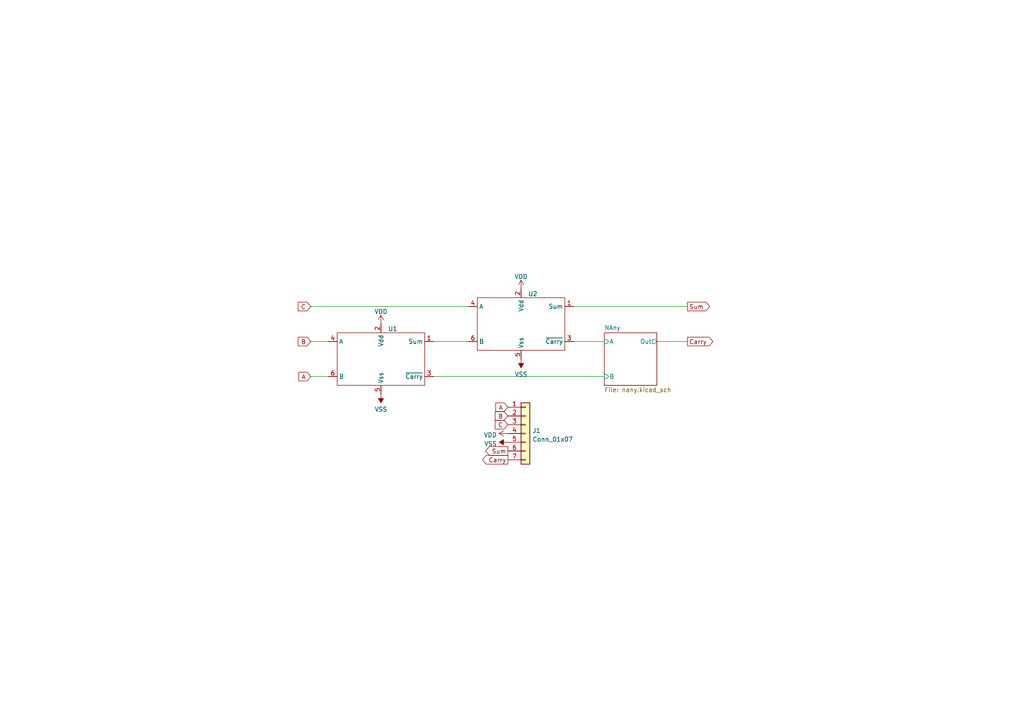
<source format=kicad_sch>
(kicad_sch (version 20250114) (generator "eeschema") (generator_version "9.0")
  (paper "A4")
  (lib_symbols
    (symbol "Connector_Generic:Conn_01x07" (pin_names (offset 1.016) (hide yes))
      (property "Reference" "J" (at 0 10.16 0))
      (property "Value" "Conn_01x07" (at 0 -10.16 0))
      (symbol "Conn_01x07_1_1"
        (rectangle (start -1.27 8.89) (end 1.27 -8.89) (stroke (width 0.254)) (fill (type background)))
        (rectangle (start -1.27 7.747) (end 0 7.493) (stroke (width 0.1524)))
        (rectangle (start -1.27 5.207) (end 0 4.953) (stroke (width 0.1524)))
        (rectangle (start -1.27 2.667) (end 0 2.413) (stroke (width 0.1524)))
        (rectangle (start -1.27 0.127) (end 0 -0.127) (stroke (width 0.1524)))
        (rectangle (start -1.27 -2.413) (end 0 -2.667) (stroke (width 0.1524)))
        (rectangle (start -1.27 -4.953) (end 0 -5.207) (stroke (width 0.1524)))
        (rectangle (start -1.27 -7.493) (end 0 -7.747) (stroke (width 0.1524)))
        (pin passive line (at -5.08 7.62 0) (length 3.81) (name "Pin_1") (number "1"))
        (pin passive line (at -5.08 5.08 0) (length 3.81) (name "Pin_2") (number "2"))
        (pin passive line (at -5.08 2.54 0) (length 3.81) (name "Pin_3") (number "3"))
        (pin passive line (at -5.08 0 0) (length 3.81) (name "Pin_4") (number "4"))
        (pin passive line (at -5.08 -2.54 0) (length 3.81) (name "Pin_5") (number "5"))
        (pin passive line (at -5.08 -5.08 0) (length 3.81) (name "Pin_6") (number "6"))
        (pin passive line (at -5.08 -7.62 0) (length 3.81) (name "Pin_7") (number "7"))
      )
    )
    (symbol "FullAdder:Sum"
      (property "Reference" "U" (at 0 0 0))
      (symbol "Sum_0_1"
        (rectangle (start -12.7 7.62) (end 12.7 -7.62) (stroke (width 0.1524)))
      )
      (symbol "Sum_1_1"
        (pin input line (at -15.24 5.08 0) (length 2.54) (name "A") (number "4"))
        (pin input line (at -15.24 -5.08 0) (length 2.54) (name "B") (number "6"))
        (pin passive line (at 0 10.16 270) (length 2.54) (name "Vdd") (number "2"))
        (pin passive line (at 0 -10.16 90) (length 2.54) (name "Vss") (number "5"))
        (pin output line (at 15.24 5.08 180) (length 2.54) (name "Sum") (number "1"))
        (pin output line (at 15.24 -5.08 180) (length 2.54) (name "~{Carry}") (number "3"))
      )
    )
    (symbol "power:VDD" (power) (pin_names (offset 0))
      (property "Value" "VDD" (at 0 3.81 0))
      (symbol "VDD_0_1"
        (polyline (pts (xy -0.762 1.27) (xy 0 2.54)))
        (polyline (pts (xy 0 2.54) (xy 0.762 1.27)))
        (polyline (pts (xy 0 0) (xy 0 2.54)))
      )
      (symbol "VDD_1_1"
        (pin power_in line (at 0 0 90) (length 0) (hide yes) (name "VDD") (number "1"))
      )
    )
    (symbol "power:VSS" (power) (pin_names (offset 0))
      (property "Value" "VSS" (at 0 3.81 0))
      (symbol "VSS_0_1"
        (polyline (pts (xy 0 0) (xy 0 2.54)))
        (polyline (pts (xy 0.762 1.27) (xy -0.762 1.27) (xy 0 2.54) (xy 0.762 1.27)) (fill (type outline)))
      )
      (symbol "VSS_1_1"
        (pin power_in line (at 0 0 90) (length 0) (hide yes) (name "VSS") (number "1"))
      )
    )
  )
  (wire (pts (xy 125.73 99.06) (xy 135.89 99.06)))
  (wire (pts (xy 190.5 99.06) (xy 199.39 99.06)))
  (wire (pts (xy 90.17 109.22) (xy 95.25 109.22)))
  (wire (pts (xy 90.17 88.9) (xy 135.89 88.9)))
  (wire (pts (xy 90.17 99.06) (xy 95.25 99.06)))
  (wire (pts (xy 125.73 109.22) (xy 175.26 109.22)))
  (wire (pts (xy 166.37 99.06) (xy 175.26 99.06)))
  (wire (pts (xy 166.37 88.9) (xy 199.39 88.9)))
  (global_label "B" (shape input) (at 147.32 120.65 180) (property "Intersheetrefs" "${INTERSHEET_REFS}" (effects (hide yes))))
  (global_label "Carry" (shape output) (at 199.39 99.06 0) (property "Intersheetrefs" "${INTERSHEET_REFS}" (effects (hide yes))))
  (global_label "Sum" (shape output) (at 147.32 130.81 180) (property "Intersheetrefs" "${INTERSHEET_REFS}" (effects (hide yes))))
  (global_label "Sum" (shape output) (at 199.39 88.9 0) (property "Intersheetrefs" "${INTERSHEET_REFS}" (effects (hide yes))))
  (global_label "Carry" (shape output) (at 147.32 133.35 180) (property "Intersheetrefs" "${INTERSHEET_REFS}" (effects (hide yes))))
  (global_label "B" (shape input) (at 90.17 99.06 180) (property "Intersheetrefs" "${INTERSHEET_REFS}" (effects (hide yes))))
  (global_label "A" (shape input) (at 90.17 109.22 180) (property "Intersheetrefs" "${INTERSHEET_REFS}" (effects (hide yes))))
  (global_label "C" (shape input) (at 147.32 123.19 180) (property "Intersheetrefs" "${INTERSHEET_REFS}" (effects (hide yes))))
  (global_label "A" (shape input) (at 147.32 118.11 180) (property "Intersheetrefs" "${INTERSHEET_REFS}" (effects (hide yes))))
  (global_label "C" (shape input) (at 90.17 88.9 180) (property "Intersheetrefs" "${INTERSHEET_REFS}" (effects (hide yes))))
  (symbol (lib_id "power:VDD") (at 151.13 83.82 0) (unit 1)
    (property "Reference" "#PWR07" (effects (hide yes)))
    (property "Value" "VDD" (at 151.13 80.2442 0))
  )
  (symbol (lib_id "FullAdder:Sum") (at 151.13 93.98 0) (unit 1)
    (property "Reference" "U2" (at 153.1494 85.248 0) (effects (justify left)))
    (property "Value" "Sum" (effects (hide yes)))
    (property "Footprint" "FullAdder:Sum" (effects (hide yes)))
  )
  (symbol (lib_id "power:VSS") (at 110.49 114.3 180) (unit 1)
    (property "Reference" "#PWR02" (effects (hide yes)))
    (property "Value" "VSS" (at 110.49 118.7434 0))
  )
  (symbol (lib_id "power:VDD") (at 147.32 125.73 90) (unit 1)
    (property "Reference" "#PWR03" (effects (hide yes)))
    (property "Value" "VDD" (at 144.145 126.1638 90) (effects (justify left)))
  )
  (symbol (lib_id "power:VSS") (at 147.32 128.27 90) (unit 1)
    (property "Reference" "#PWR06" (effects (hide yes)))
    (property "Value" "VSS" (at 144.145 128.7038 90) (effects (justify left)))
  )
  (symbol (lib_id "power:VDD") (at 110.49 93.98 0) (unit 1)
    (property "Reference" "#PWR01" (effects (hide yes)))
    (property "Value" "VDD" (at 110.49 90.4042 0))
  )
  (symbol (lib_id "FullAdder:Sum") (at 110.49 104.14 0) (unit 1)
    (property "Reference" "U1" (at 112.5094 95.408 0) (effects (justify left)))
    (property "Value" "Sum" (effects (hide yes)))
    (property "Footprint" "FullAdder:Sum" (effects (hide yes)))
  )
  (symbol (lib_id "Connector_Generic:Conn_01x07") (at 152.4 125.73 0) (unit 1)
    (property "Reference" "J1" (at 154.432 124.8953 0) (effects (justify left)))
    (property "Value" "Conn_01x07" (at 154.432 127.4322 0) (effects (justify left)))
  )
  (symbol (lib_id "power:VSS") (at 151.13 104.14 180) (unit 1)
    (property "Reference" "#PWR08" (effects (hide yes)))
    (property "Value" "VSS" (at 151.13 108.5834 0))
  )
  (sheet (at 175.26 96.52) (size 15.24 15.24) (stroke (width 0.1524))
    (property "Sheetname" "NAny" (at 175.26 95.8084 0) (effects (justify left bottom)))
    (property "Sheetfile" "nany.kicad_sch" (at 175.26 112.3446 0) (effects (justify left top)))
    (pin "Out" output (at 190.5 99.06 0))
    (pin "A" input (at 175.26 99.06 180))
    (pin "B" input (at 175.26 109.22 180))
  )
)
</source>
